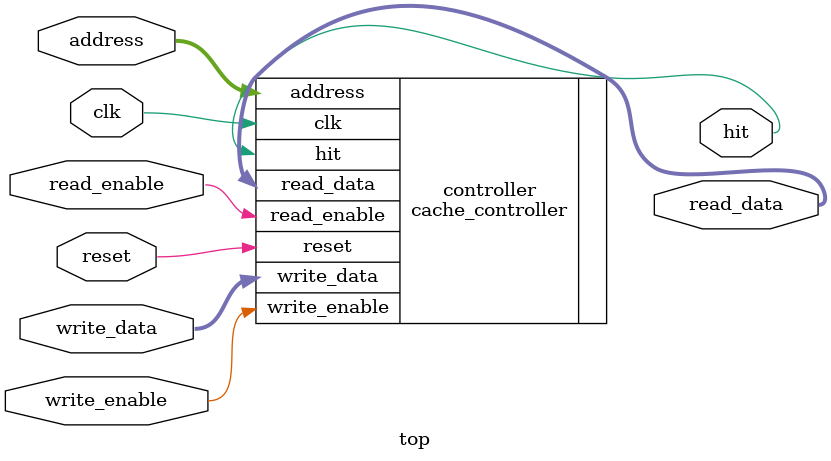
<source format=v>
`timescale 1ns / 1ps

// Top module integrating the cache controller
module top(clk, reset, address, write_data, read_enable, write_enable, read_data, hit);
    input clk, reset, read_enable, write_enable;
    input [7:0] address;
    input [31:0] write_data;
    output[31:0] read_data;
    output hit;
    
    cache_controller controller (
        .clk(clk),
        .reset(reset),
        .address(address),
        .write_data(write_data),
        .read_enable(read_enable),
        .write_enable(write_enable),
        .read_data(read_data),
        .hit(hit)
    );
    
endmodule

</source>
